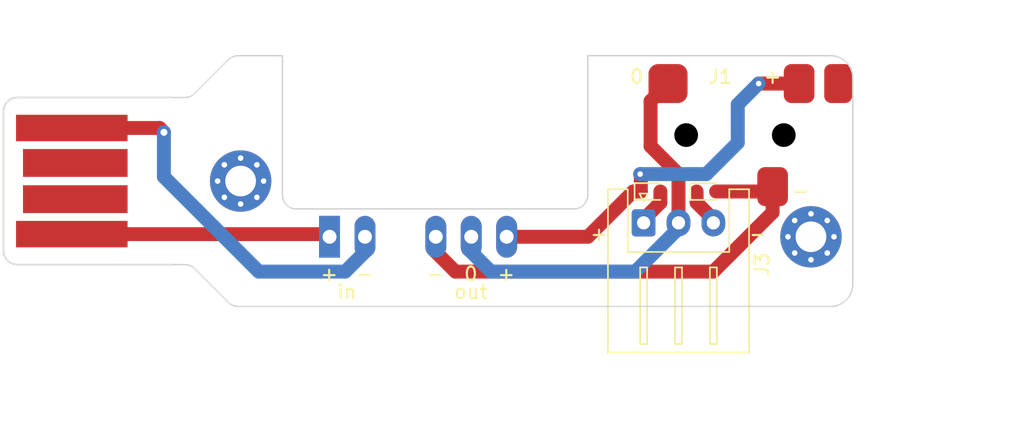
<source format=kicad_pcb>
(kicad_pcb (version 20211014) (generator pcbnew)
  (layers (0 "F.Cu" signal) (31 "B.Cu" signal) (34 "B.Paste" user) (35 "F.Paste" user) (36 "B.SilkS" user "B.Silkscreen") (37 "F.SilkS" user "F.Silkscreen") (38 "B.Mask" user) (39 "F.Mask" user) (44 "Edge.Cuts" user))
  (net 0 "")
  (net 1 "Net-(D1-Pad1)")
  (net 2 "/out-")
  (net 3 "/out+")
  (net 4 "Net-(D2-Pad2)")
  (net 5 "Net-(J2-Pad1)")
  (net 8 "Net-(J2-Pad4)")
  (net 10 "/out0")
  (footprint "CUI_SJ-4351X-SMT:SJ-43514-SMT" (layer "F.Cu") (at 170.45 96.7 180)
    (fp_text reference "J1" (at 9.05 4.2 unlocked) (layer "F.SilkS"))
    (fp_text value "AudioJack4")
    (pad "" np_thru_hole circle (at 11.5 0 180) (size 1.7 1.7) (drill 1.7) (layers *.Mask))
    (pad "" np_thru_hole circle (at 4.5 0 180) (size 1.7 1.7) (drill 1.7) (layers *.Mask))
    (pad "1" smd roundrect (at 0.6 3.7 180) (size 2 2.8) (layers "F.Cu" "F.Paste" "F.Mask"))
    (pad "2" smd roundrect (at 12.8 3.7 180) (size 2.8 2.8) (layers "F.Cu" "F.Paste" "F.Mask") (net 10 "/out0"))
    (pad "3" smd roundrect (at 5.3 -3.7 180) (size 2.2 2.8) (layers "F.Cu" "F.Paste" "F.Mask") (net 2 "/out-"))
    (pad "4" smd roundrect (at 3.4 3.7 180) (size 2.2 2.8) (layers "F.Cu" "F.Paste" "F.Mask") (net 3 "/out+"))
  )
  (footprint "USB_PCB_footprint:USB_A_PCB_Traces_crteensy" (layer "F.Cu") (at 109.995 100 -90)
    (fp_text reference "J2" hide)
    (fp_text value "USB_A")
    (fp_line (start 6 -1) (end 6 -12) (layer "Edge.Cuts") (width 0.12))
    (fp_line (start -5 0) (end 5 0) (layer "Edge.Cuts") (width 0.12))
    (fp_line (start -6 -1) (end -6 -12) (layer "Edge.Cuts") (width 0.12))
    (fp_arc (start 6 -1) (mid 5.707107 -0.292893) (end 5 0) (layer "Edge.Cuts") (width 0.12))
    (fp_arc (start -5 0) (mid -5.707107 -0.292893) (end -6 -1) (layer "Edge.Cuts") (width 0.12))
    (pad "1" connect rect (at 3.81 -4.9 270) (size 1.9 8) (layers "F.Cu" "F.Mask") (net 5 "Net-(J2-Pad1)"))
    (pad "2" connect rect (at 1.3 -5.15 270) (size 2 7.5) (layers "F.Cu" "F.Mask"))
    (pad "3" connect rect (at -1.3 -5.15 270) (size 2 7.5) (layers "F.Cu" "F.Mask"))
    (pad "4" connect rect (at -3.81 -4.9 270) (size 1.9 8) (layers "F.Cu" "F.Mask") (net 8 "Net-(J2-Pad4)"))
  )
  (footprint "MountingHole:MountingHole_2.2mm_M2_Pad_Via" (layer "F.Cu") (at 127 100)
    (fp_text reference "REF**" hide)
    (fp_text value "MountingHole_2.2mm_M2_Pad_Via")
    (pad "1" thru_hole circle locked (at 1.166726 1.166726) (size 0.7 0.7) (drill 0.4) (layers *.Cu *.Mask))
    (pad "1" thru_hole circle locked (at -1.166726 -1.166726) (size 0.7 0.7) (drill 0.4) (layers *.Cu *.Mask))
    (pad "1" thru_hole circle locked (at 1.166726 -1.166726) (size 0.7 0.7) (drill 0.4) (layers *.Cu *.Mask))
    (pad "1" thru_hole circle locked (at -1.166726 1.166726) (size 0.7 0.7) (drill 0.4) (layers *.Cu *.Mask))
    (pad "1" thru_hole circle locked (at 1.65 0) (size 0.7 0.7) (drill 0.4) (layers *.Cu *.Mask))
    (pad "1" thru_hole circle locked (at 0 0) (size 4.4 4.4) (drill 2.2) (layers *.Cu *.Mask))
    (pad "1" thru_hole circle locked (at 0 -1.65) (size 0.7 0.7) (drill 0.4) (layers *.Cu *.Mask))
    (pad "1" thru_hole circle locked (at -1.65 0) (size 0.7 0.7) (drill 0.4) (layers *.Cu *.Mask))
    (pad "1" thru_hole circle locked (at 0 1.65) (size 0.7 0.7) (drill 0.4) (layers *.Cu *.Mask))
  )
  (footprint "Connector_JST:JST_XH_S3B-XH-A_1x03_P2.50mm_Horizontal" (layer "F.Cu") (at 155.9 103)
    (fp_text reference "J3" (at 8.5 3 90) (layer "F.SilkS"))
    (fp_text value "Conn_01x03")
    (fp_line (start -2.56 -2.41) (end -1.14 -2.41) (layer "F.SilkS") (width 0.12))
    (fp_line (start 0 -1.5) (end -0.3 -2.1) (layer "F.SilkS") (width 0.12))
    (fp_line (start -1.14 2.09) (end 2.5 2.09) (layer "F.SilkS") (width 0.12))
    (fp_line (start 7.56 9.31) (end 7.56 -2.41) (layer "F.SilkS") (width 0.12))
    (fp_line (start -1.14 -2.41) (end -1.14 2.09) (layer "F.SilkS") (width 0.12))
    (fp_line (start 2.25 3.2) (end 2.25 8.7) (layer "F.SilkS") (width 0.12))
    (fp_line (start 2.5 9.31) (end 7.56 9.31) (layer "F.SilkS") (width 0.12))
    (fp_line (start 2.75 8.7) (end 2.75 3.2) (layer "F.SilkS") (width 0.12))
    (fp_line (start 2.25 8.7) (end 2.75 8.7) (layer "F.SilkS") (width 0.12))
    (fp_line (start 4.75 3.2) (end 4.75 8.7) (layer "F.SilkS") (width 0.12))
    (fp_line (start 0.25 8.7) (end 0.25 3.2) (layer "F.SilkS") (width 0.12))
    (fp_line (start 2.75 3.2) (end 2.25 3.2) (layer "F.SilkS") (width 0.12))
    (fp_line (start 6.14 -2.41) (end 6.14 2.09) (layer "F.SilkS") (width 0.12))
    (fp_line (start -2.56 9.31) (end -2.56 -2.41) (layer "F.SilkS") (width 0.12))
    (fp_line (start 7.56 -2.41) (end 6.14 -2.41) (layer "F.SilkS") (width 0.12))
    (fp_line (start -0.3 -2.1) (end 0.3 -2.1) (layer "F.SilkS") (width 0.12))
    (fp_line (start 5.25 8.7) (end 5.25 3.2) (layer "F.SilkS") (width 0.12))
    (fp_line (start 4.75 8.7) (end 5.25 8.7) (layer "F.SilkS") (width 0.12))
    (fp_line (start 0.25 3.2) (end -0.25 3.2) (layer "F.SilkS") (width 0.12))
    (fp_line (start 5.25 3.2) (end 4.75 3.2) (layer "F.SilkS") (width 0.12))
    (fp_line (start -0.25 3.2) (end -0.25 8.7) (layer "F.SilkS") (width 0.12))
    (fp_line (start 0.3 -2.1) (end 0 -1.5) (layer "F.SilkS") (width 0.12))
    (fp_line (start -0.25 8.7) (end 0.25 8.7) (layer "F.SilkS") (width 0.12))
    (fp_line (start 6.14 2.09) (end 2.5 2.09) (layer "F.SilkS") (width 0.12))
    (fp_line (start 2.5 9.31) (end -2.56 9.31) (layer "F.SilkS") (width 0.12))
    (pad "1" thru_hole roundrect (at 0 0) (size 1.7 1.95) (drill 0.95) (layers *.Cu *.Mask) (roundrect_rratio 0.1470588235) (net 4 "Net-(D2-Pad2)"))
    (pad "2" thru_hole oval (at 2.5 0) (size 1.7 1.95) (drill 0.95) (layers *.Cu *.Mask) (net 10 "/out0"))
    (pad "3" thru_hole oval (at 5 0) (size 1.7 1.95) (drill 0.95) (layers *.Cu *.Mask) (net 1 "Net-(D1-Pad1)"))
  )
  (footprint "Diode_SMD:D_SOD-523" (layer "F.Cu") (at 156.4 100.75)
    (fp_text reference "D2" hide)
    (fp_text value "D_Schottky")
    (fp_line (start -1.15 -0.6) (end -1.15 0.6) (layer "F.SilkS") (width 0.12))
    (fp_line (start 0.7 -0.6) (end -1.15 -0.6) (layer "F.SilkS") (width 0.12))
    (fp_line (start 0.7 0.6) (end -1.15 0.6) (layer "F.SilkS") (width 0.12))
    (pad "1" smd rect (at -0.7 0 180) (size 0.6 0.7) (layers "F.Cu" "F.Paste" "F.Mask") (net 3 "/out+"))
    (pad "2" smd rect (at 0.7 0 180) (size 0.6 0.7) (layers "F.Cu" "F.Paste" "F.Mask") (net 4 "Net-(D2-Pad2)"))
  )
  (footprint "MountingHole:MountingHole_2.2mm_M2_Pad_Via" (layer "F.Cu") (at 167.9 104)
    (fp_text reference "REF**" hide)
    (fp_text value "MountingHole_2.2mm_M2_Pad_Via")
    (pad "1" thru_hole circle locked (at 1.166726 1.166726) (size 0.7 0.7) (drill 0.4) (layers *.Cu *.Mask))
    (pad "1" thru_hole circle locked (at 1.166726 -1.166726) (size 0.7 0.7) (drill 0.4) (layers *.Cu *.Mask))
    (pad "1" thru_hole circle locked (at 1.65 0) (size 0.7 0.7) (drill 0.4) (layers *.Cu *.Mask))
    (pad "1" thru_hole circle locked (at 0 -1.65) (size 0.7 0.7) (drill 0.4) (layers *.Cu *.Mask))
    (pad "1" thru_hole circle locked (at 0 0) (size 4.4 4.4) (drill 2.2) (layers *.Cu *.Mask))
    (pad "1" thru_hole circle locked (at -1.166726 1.166726) (size 0.7 0.7) (drill 0.4) (layers *.Cu *.Mask))
    (pad "1" thru_hole circle locked (at -1.65 0) (size 0.7 0.7) (drill 0.4) (layers *.Cu *.Mask))
    (pad "1" thru_hole circle locked (at -1.166726 -1.166726) (size 0.7 0.7) (drill 0.4) (layers *.Cu *.Mask))
    (pad "1" thru_hole circle locked (at 0 1.65) (size 0.7 0.7) (drill 0.4) (layers *.Cu *.Mask))
  )
  (footprint "Diode_SMD:D_SOD-523" (layer "F.Cu") (at 160.4 100.75)
    (fp_text reference "D1" hide)
    (fp_text value "D_Schottky")
    (fp_line (start 0.7 -0.6) (end -1.15 -0.6) (layer "F.SilkS") (width 0.12))
    (fp_line (start -1.15 -0.6) (end -1.15 0.6) (layer "F.SilkS") (width 0.12))
    (fp_line (start 0.7 0.6) (end -1.15 0.6) (layer "F.SilkS") (width 0.12))
    (pad "1" smd rect (at -0.7 0 180) (size 0.6 0.7) (layers "F.Cu" "F.Paste" "F.Mask") (net 1 "Net-(D1-Pad1)"))
    (pad "2" smd rect (at 0.7 0 180) (size 0.6 0.7) (layers "F.Cu" "F.Paste" "F.Mask") (net 2 "/out-"))
  )
  (footprint "Converter_DCDC:Converter_DCDC_TRACO_TMR-1-xxxx_Dual_THT" (layer "B.Cu") (at 133.3775 104)
    (fp_text reference "PS1" hide)
    (fp_text value "IA0505S")
    (pad "1" thru_hole rect (at 0 0) (size 1.5 3) (drill 1) (layers *.Cu *.Mask) (net 5 "Net-(J2-Pad1)"))
    (pad "2" thru_hole oval (at 2.54 0) (size 1.5 3) (drill 1) (layers *.Cu *.Mask) (net 8 "Net-(J2-Pad4)"))
    (pad "4" thru_hole oval (at 7.62 0) (size 1.5 3) (drill 1) (layers *.Cu *.Mask) (net 2 "/out-"))
    (pad "5" thru_hole oval (at 10.16 0) (size 1.5 3) (drill 1) (layers *.Cu *.Mask) (net 10 "/out0"))
    (pad "6" thru_hole oval (at 12.7 0) (size 1.5 3) (drill 1) (layers *.Cu *.Mask) (net 3 "/out+"))
  )
  (gr_line (start 126.827106 109) (end 169.3 109) (layer "Edge.Cuts") (width 0.1))
  (gr_arc (start 131 102) (mid 130.292893 101.707107) (end 130 101) (layer "Edge.Cuts") (width 0.1))
  (gr_line (start 123.707107 93.707107) (end 126.12 91.292893) (layer "Edge.Cuts") (width 0.1))
  (gr_line (start 170.9 92.6) (end 170.9 107.4) (layer "Edge.Cuts") (width 0.1))
  (gr_arc (start 123 106) (mid 123.382683 106.07612) (end 123.707107 106.292893) (layer "Edge.Cuts") (width 0.1))
  (gr_arc (start 151.9 101) (mid 151.607107 101.707107) (end 150.9 102) (layer "Edge.Cuts") (width 0.1))
  (gr_arc (start 170.9 107.4) (mid 170.431371 108.531371) (end 169.3 109) (layer "Edge.Cuts") (width 0.1))
  (gr_line (start 130 101) (end 130 91) (layer "Edge.Cuts") (width 0.1))
  (gr_line (start 126.827107 91) (end 130 91) (layer "Edge.Cuts") (width 0.1))
  (gr_line (start 131 102) (end 150.9 102) (layer "Edge.Cuts") (width 0.1))
  (gr_line (start 123.707107 106.292893) (end 126.119999 108.707107) (layer "Edge.Cuts") (width 0.1))
  (gr_arc (start 126.827106 109) (mid 126.444423 108.92388) (end 126.119999 108.707107) (layer "Edge.Cuts") (width 0.1))
  (gr_line (start 123 94) (end 121.995 94) (layer "Edge.Cuts") (width 0.1))
  (gr_arc (start 123.707108 93.707108) (mid 123.382685 93.923881) (end 123.000001 94.000001) (layer "Edge.Cuts") (width 0.1))
  (gr_arc (start 126.12 91.292893) (mid 126.444423 91.07612) (end 126.827107 91) (layer "Edge.Cuts") (width 0.1))
  (gr_line (start 123 106) (end 121.995 106) (layer "Edge.Cuts") (width 0.1))
  (gr_line (start 151.9 91) (end 151.9 101) (layer "Edge.Cuts") (width 0.1))
  (gr_arc (start 169.3 91) (mid 170.431371 91.468629) (end 170.9 92.6) (layer "Edge.Cuts") (width 0.1))
  (gr_line (start 151.9 91) (end 169.3 91) (layer "Edge.Cuts") (width 0.1))
  (gr_text "0" (at 143.51 106.68) (layer "F.SilkS") (effects (font (size 1 1))))
  (gr_text "-" (at 167.15 100.7) (layer "F.SilkS") (effects (font (size 1 1))))
  (gr_text "0" (at 155.4 92.5) (layer "F.SilkS") (effects (font (size 1 1))))
  (gr_text "out" (at 143.51 107.95) (layer "F.SilkS") (effects (font (size 1 1))))
  (gr_text "+" (at 165.15 92.5) (layer "F.SilkS") (effects (font (size 1 1))))
  (gr_text "-" (at 140.97 106.68) (layer "F.SilkS") (effects (font (size 1 1))))
  (gr_text "-" (at 135.89 106.68) (layer "F.SilkS") (effects (font (size 1 1))))
  (gr_text "-" (at 164.1 103.8) (layer "F.SilkS") (effects (font (size 1 1))))
  (gr_text "+" (at 152.7 103.8) (layer "F.SilkS") (effects (font (size 1 1))))
  (gr_text "in" (at 134.62 107.95) (layer "F.SilkS") (effects (font (size 1 1))))
  (gr_text "+\n" (at 133.35 106.68) (layer "F.SilkS") (effects (font (size 1 1))))
  (gr_text "+" (at 146.05 106.68) (layer "F.SilkS") (effects (font (size 1 1))))
  (segment (start 160.9 103) (end 160.9 102.75) (width 1) (layer "F.Cu") (net 1))
  (segment (start 160.9 102.75) (end 159.7 101.55) (width 1) (layer "F.Cu") (net 1))
  (segment (start 159.7 101.55) (end 159.7 100.75) (width 1) (layer "F.Cu") (net 1))
  (segment (start 142.4 106.5) (end 160.9 106.5) (width 1) (layer "F.Cu") (net 2))
  (segment (start 160.9 106.5) (end 165.15 102.25) (width 1) (layer "F.Cu") (net 2))
  (segment (start 140.9975 105.0975) (end 142.4 106.5) (width 1) (layer "F.Cu") (net 2))
  (segment (start 164.8 100.75) (end 165.15 100.4) (width 1) (layer "F.Cu") (net 2))
  (segment (start 165.15 102.25) (end 165.15 100.4) (width 1) (layer "F.Cu") (net 2))
  (segment (start 161.1 100.75) (end 164.8 100.75) (width 1) (layer "F.Cu") (net 2))
  (segment (start 140.9975 104) (end 140.9975 105.0975) (width 1) (layer "F.Cu") (net 2))
  (segment (start 155.7 99.55) (end 155.65 99.5) (width 1) (layer "F.Cu") (net 3))
  (segment (start 151.9 104) (end 155.15 100.75) (width 1) (layer "F.Cu") (net 3))
  (segment (start 146.0775 104) (end 151.9 104) (width 1) (layer "F.Cu") (net 3))
  (segment (start 155.7 100.75) (end 155.7 99.55) (width 1) (layer "F.Cu") (net 3))
  (segment (start 155.15 100.75) (end 155.7 100.75) (width 1) (layer "F.Cu") (net 3))
  (segment (start 164.15 93) (end 167.05 93) (width 1) (layer "F.Cu") (net 3))
  (via (at 164.15 93) (size 0.8) (drill 0.4) (layers "F.Cu" "B.Cu") (net 3))
  (via (at 155.65 99.5) (size 0.8) (drill 0.4) (layers "F.Cu" "B.Cu") (net 3))
  (segment (start 160.4 99.5) (end 162.65 97.25) (width 1) (layer "B.Cu") (net 3))
  (segment (start 162.65 94.5) (end 164.15 93) (width 1) (layer "B.Cu") (net 3))
  (segment (start 162.65 97.25) (end 162.65 94.5) (width 1) (layer "B.Cu") (net 3))
  (segment (start 155.65 99.5) (end 160.4 99.5) (width 1) (layer "B.Cu") (net 3))
  (segment (start 155.9 103) (end 155.9 102.75) (width 1) (layer "F.Cu") (net 4))
  (segment (start 157.1 101.55) (end 157.1 100.75) (width 1) (layer "F.Cu") (net 4))
  (segment (start 155.9 102.75) (end 157.1 101.55) (width 1) (layer "F.Cu") (net 4))
  (segment (start 133.3775 104) (end 133.1875 103.81) (width 1) (layer "F.Cu") (net 5))
  (segment (start 133.1875 103.81) (end 115.895 103.81) (width 1) (layer "F.Cu") (net 5))
  (segment (start 121.19 96.19) (end 115.895 96.19) (width 1) (layer "F.Cu") (net 8))
  (segment (start 121.5 96.5) (end 121.19 96.19) (width 1) (layer "F.Cu") (net 8))
  (via (at 121.5 96.5) (size 1) (drill 0.5) (layers "F.Cu" "B.Cu") (net 8))
  (segment (start 135.9175 104) (end 135.9175 105.0825) (width 1) (layer "B.Cu") (net 8))
  (segment (start 121.5 99.7) (end 121.5 96.5) (width 1) (layer "B.Cu") (net 8))
  (segment (start 135.9175 105.0825) (end 134.5 106.5) (width 1) (layer "B.Cu") (net 8))
  (segment (start 134.5 106.5) (end 128.3 106.5) (width 1) (layer "B.Cu") (net 8))
  (segment (start 128.3 106.5) (end 121.5 99.7) (width 1) (layer "B.Cu") (net 8))
  (segment (start 156.4 94.25) (end 157.65 93) (width 1) (layer "F.Cu") (net 10))
  (segment (start 158.4 103) (end 158.4 99.5) (width 1) (layer "F.Cu") (net 10))
  (segment (start 158.4 99.5) (end 156.4 97.5) (width 1) (layer "F.Cu") (net 10))
  (segment (start 156.4 97.5) (end 156.4 94.25) (width 1) (layer "F.Cu") (net 10))
  (segment (start 158.4 103.4) (end 158.4 103) (width 1) (layer "B.Cu") (net 10))
  (segment (start 143.5375 104) (end 143.5375 105.0875) (width 1) (layer "B.Cu") (net 10))
  (segment (start 155.3 106.5) (end 158.4 103.4) (width 1) (layer "B.Cu") (net 10))
  (segment (start 143.5375 105.0875) (end 144.95 106.5) (width 1) (layer "B.Cu") (net 10))
  (segment (start 144.95 106.5) (end 155.3 106.5) (width 1) (layer "B.Cu") (net 10))
)
</source>
